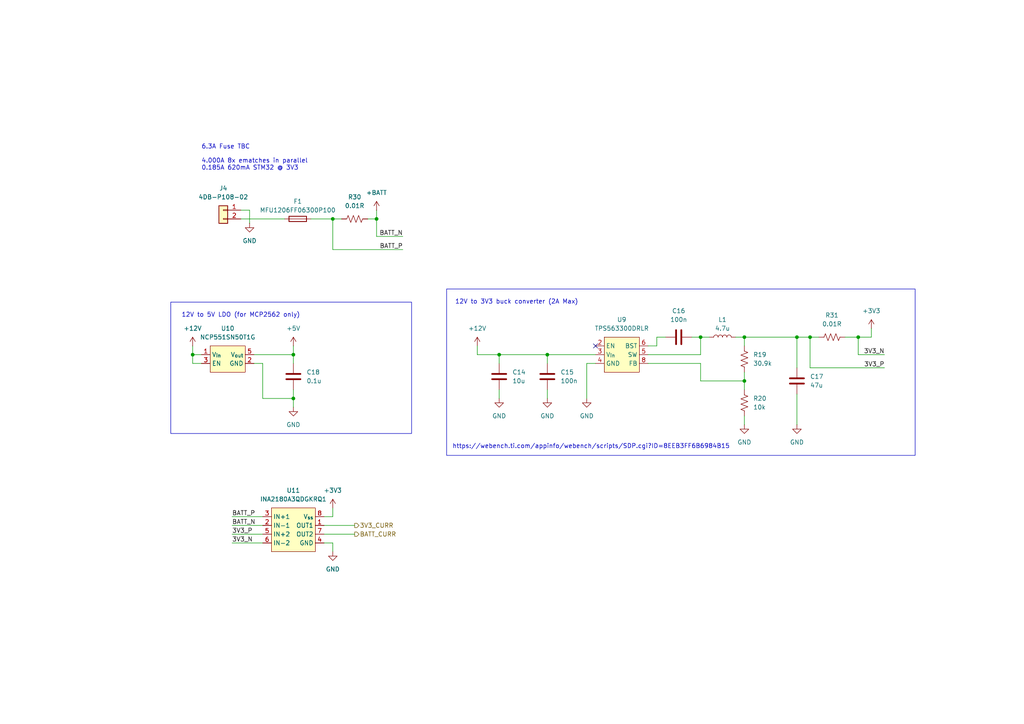
<source format=kicad_sch>
(kicad_sch (version 20231120) (generator "eeschema") (generator_version "8.0")
  (paper "A4")
  (lib_symbols
    (symbol "Connector_Generic:Conn_01x02" (pin_names (offset 1.016) hide)
      (property "Reference" "J" (at 0 2.54 0))
      (property "Value" "Conn_01x02" (at 0 -5.08 0))
      (symbol "Conn_01x02_1_1"
        (rectangle (start -1.27 -2.413) (end 0 -2.667) (stroke (width 0.1524)))
        (rectangle (start -1.27 0.127) (end 0 -0.127) (stroke (width 0.1524)))
        (rectangle (start -1.27 1.27) (end 1.27 -3.81) (stroke (width 0.254)) (fill (type background)))
        (pin passive line (at -5.08 0 0) (length 3.81) (name "Pin_1") (number "1"))
        (pin passive line (at -5.08 -2.54 0) (length 3.81) (name "Pin_2") (number "2"))
      )
    )
    (symbol "Device:C" (pin_numbers hide) (pin_names (offset 0.254))
      (property "Reference" "C" (at 0.635 2.54 0))
      (property "Value" "C" (at 0.635 -2.54 0))
      (symbol "C_0_1"
        (polyline (pts (xy -2.032 -0.762) (xy 2.032 -0.762)) (stroke (width 0.508)))
        (polyline (pts (xy -2.032 0.762) (xy 2.032 0.762)) (stroke (width 0.508)))
      )
      (symbol "C_1_1"
        (pin passive line (at 0 3.81 270) (length 2.794) (name "~") (number "1"))
        (pin passive line (at 0 -3.81 90) (length 2.794) (name "~") (number "2"))
      )
    )
    (symbol "Device:Fuse" (pin_numbers hide) (pin_names (offset 0))
      (property "Reference" "F" (at 2.032 0 90))
      (property "Value" "Fuse" (at -1.905 0 90))
      (symbol "Fuse_0_1"
        (rectangle (start -0.762 -2.54) (end 0.762 2.54) (stroke (width 0.254)))
        (polyline (pts (xy 0 2.54) (xy 0 -2.54)))
      )
      (symbol "Fuse_1_1"
        (pin passive line (at 0 3.81 270) (length 1.27) (name "~") (number "1"))
        (pin passive line (at 0 -3.81 90) (length 1.27) (name "~") (number "2"))
      )
    )
    (symbol "Device:L" (pin_numbers hide) (pin_names (offset 1.016) hide)
      (property "Reference" "L" (at -1.27 0 90))
      (property "Value" "L" (at 1.905 0 90))
      (symbol "L_0_1"
        (arc (start 0 -2.54) (mid 0.6323 -1.905) (end 0 -1.27))
        (arc (start 0 -1.27) (mid 0.6323 -0.635) (end 0 0))
        (arc (start 0 0) (mid 0.6323 0.635) (end 0 1.27))
        (arc (start 0 1.27) (mid 0.6323 1.905) (end 0 2.54))
      )
      (symbol "L_1_1"
        (pin passive line (at 0 3.81 270) (length 1.27) (name "1") (number "1"))
        (pin passive line (at 0 -3.81 90) (length 1.27) (name "2") (number "2"))
      )
    )
    (symbol "Device:R_US" (pin_numbers hide) (pin_names (offset 0))
      (property "Reference" "R" (at 2.54 0 90))
      (property "Value" "R_US" (at -2.54 0 90))
      (symbol "R_US_0_1"
        (polyline (pts (xy 0 -2.286) (xy 0 -2.54)))
        (polyline (pts (xy 0 2.286) (xy 0 2.54)))
        (polyline (pts (xy 0 -0.762) (xy 1.016 -1.143) (xy 0 -1.524) (xy -1.016 -1.905) (xy 0 -2.286)))
        (polyline (pts (xy 0 0.762) (xy 1.016 0.381) (xy 0 0) (xy -1.016 -0.381) (xy 0 -0.762)))
        (polyline (pts (xy 0 2.286) (xy 1.016 1.905) (xy 0 1.524) (xy -1.016 1.143) (xy 0 0.762)))
      )
      (symbol "R_US_1_1"
        (pin passive line (at 0 3.81 270) (length 1.27) (name "~") (number "1"))
        (pin passive line (at 0 -3.81 90) (length 1.27) (name "~") (number "2"))
      )
    )
    (symbol "altimeter:INA2180A3QDGKRQ1"
      (property "Reference" "U" (at 0 2.032 0))
      (property "Value" "INA2180A3QDGKRQ1" (at 0 0 0))
      (symbol "INA2180A3QDGKRQ1_1_1"
        (rectangle (start -6.35 -1.27) (end 6.35 -13.97) (fill (type background)))
        (pin output line (at 8.89 -6.35 180) (length 2.54) (name "OUT1") (number "1"))
        (pin input line (at -8.89 -6.35 0) (length 2.54) (name "IN-1") (number "2"))
        (pin input line (at -8.89 -3.81 0) (length 2.54) (name "IN+1") (number "3"))
        (pin power_in line (at 8.89 -11.43 180) (length 2.54) (name "GND") (number "4"))
        (pin input line (at -8.89 -8.89 0) (length 2.54) (name "IN+2") (number "5"))
        (pin input line (at -8.89 -11.43 0) (length 2.54) (name "IN-2") (number "6"))
        (pin output line (at 8.89 -8.89 180) (length 2.54) (name "OUT2") (number "7"))
        (pin power_in line (at 8.89 -3.81 180) (length 2.54) (name "V_{ss}") (number "8"))
      )
    )
    (symbol "altimeter:NCP551SN50T1G"
      (property "Reference" "U" (at 0 2.54 0))
      (property "Value" "NCP551SN50T1G" (at 0 0 0))
      (symbol "NCP551SN50T1G_0_1"
        (rectangle (start -5.08 -1.27) (end 5.08 -8.89) (fill (type background)))
      )
      (symbol "NCP551SN50T1G_1_1"
        (pin power_in line (at -7.62 -3.81 0) (length 2.54) (name "V_{in}") (number "1"))
        (pin power_in line (at 7.62 -6.35 180) (length 2.54) (name "GND") (number "2"))
        (pin input line (at -7.62 -6.35 0) (length 2.54) (name "EN") (number "3"))
        (pin no_connect line (at 0 -11.43 180) (length 2.54) hide (name "NC") (number "4"))
        (pin power_out line (at 7.62 -3.81 180) (length 2.54) (name "V_{out}") (number "5"))
      )
    )
    (symbol "altimeter:TPS563300DRLR"
      (property "Reference" "U" (at 0 2.54 0))
      (property "Value" "TPS563300DRLR" (at 0 0 0))
      (symbol "TPS563300DRLR_1_1"
        (rectangle (start -5.08 -1.27) (end 5.08 -11.43) (fill (type background)))
        (pin no_connect line (at 0 -16.51 0) (length 2.54) hide (name "NC") (number "1"))
        (pin input line (at -7.62 -3.81 0) (length 2.54) (name "EN") (number "2"))
        (pin power_in line (at -7.62 -6.35 0) (length 2.54) (name "V_{in}") (number "3"))
        (pin power_in line (at -7.62 -8.89 0) (length 2.54) (name "GND") (number "4"))
        (pin power_out line (at 7.62 -6.35 180) (length 2.54) (name "SW") (number "5"))
        (pin input line (at 7.62 -3.81 180) (length 2.54) (name "BST") (number "6"))
        (pin no_connect line (at 0 -19.05 0) (length 2.54) hide (name "NC") (number "7"))
        (pin input line (at 7.62 -8.89 180) (length 2.54) (name "FB") (number "8"))
      )
    )
    (symbol "power:+12V" (power) (pin_numbers hide) (pin_names (offset 0) hide)
      (property "Value" "+12V" (at 0 3.556 0))
      (symbol "+12V_0_1"
        (polyline (pts (xy -0.762 1.27) (xy 0 2.54)))
        (polyline (pts (xy 0 0) (xy 0 2.54)))
        (polyline (pts (xy 0 2.54) (xy 0.762 1.27)))
      )
      (symbol "+12V_1_1"
        (pin power_in line (at 0 0 90) (length 0) (name "~") (number "1"))
      )
    )
    (symbol "power:+3V3" (power) (pin_numbers hide) (pin_names (offset 0) hide)
      (property "Value" "+3V3" (at 0 3.556 0))
      (symbol "+3V3_0_1"
        (polyline (pts (xy -0.762 1.27) (xy 0 2.54)))
        (polyline (pts (xy 0 0) (xy 0 2.54)))
        (polyline (pts (xy 0 2.54) (xy 0.762 1.27)))
      )
      (symbol "+3V3_1_1"
        (pin power_in line (at 0 0 90) (length 0) (name "~") (number "1"))
      )
    )
    (symbol "power:+5V" (power) (pin_numbers hide) (pin_names (offset 0) hide)
      (property "Value" "+5V" (at 0 3.556 0))
      (symbol "+5V_0_1"
        (polyline (pts (xy -0.762 1.27) (xy 0 2.54)))
        (polyline (pts (xy 0 0) (xy 0 2.54)))
        (polyline (pts (xy 0 2.54) (xy 0.762 1.27)))
      )
      (symbol "+5V_1_1"
        (pin power_in line (at 0 0 90) (length 0) (name "~") (number "1"))
      )
    )
    (symbol "power:+BATT" (power) (pin_numbers hide) (pin_names (offset 0) hide)
      (property "Value" "+BATT" (at 0 3.556 0))
      (symbol "+BATT_0_1"
        (polyline (pts (xy -0.762 1.27) (xy 0 2.54)))
        (polyline (pts (xy 0 0) (xy 0 2.54)))
        (polyline (pts (xy 0 2.54) (xy 0.762 1.27)))
      )
      (symbol "+BATT_1_1"
        (pin power_in line (at 0 0 90) (length 0) (name "~") (number "1"))
      )
    )
    (symbol "power:GND" (power) (pin_numbers hide) (pin_names (offset 0) hide)
      (property "Value" "GND" (at 0 -3.81 0))
      (symbol "GND_0_1"
        (polyline (pts (xy 0 0) (xy 0 -1.27) (xy 1.27 -1.27) (xy 0 -2.54) (xy -1.27 -1.27) (xy 0 -1.27)))
      )
      (symbol "GND_1_1"
        (pin power_in line (at 0 0 270) (length 0) (name "~") (number "1"))
      )
    )
  )
  (junction (at 96.52 63.5))
  (junction (at 215.9 110.49))
  (junction (at 234.95 97.79))
  (junction (at 144.78 102.87))
  (junction (at 55.88 102.87))
  (junction (at 158.75 102.87))
  (junction (at 231.14 97.79))
  (junction (at 85.09 115.57))
  (junction (at 203.2 97.79))
  (junction (at 248.92 97.79))
  (junction (at 215.9 97.79))
  (junction (at 85.09 102.87))
  (junction (at 109.22 63.5))
  (no_connect (at 172.72 100.33))
  (wire (pts (xy 234.95 106.68) (xy 234.95 97.79)))
  (wire (pts (xy 215.9 97.79) (xy 215.9 100.33)))
  (wire (pts (xy 67.31 149.86) (xy 76.2 149.86)))
  (wire (pts (xy 234.95 106.68) (xy 256.54 106.68)))
  (wire (pts (xy 215.9 110.49) (xy 215.9 113.03)))
  (wire (pts (xy 85.09 102.87) (xy 73.66 102.87)))
  (wire (pts (xy 73.66 105.41) (xy 76.2 105.41)))
  (wire (pts (xy 85.09 100.33) (xy 85.09 102.87)))
  (wire (pts (xy 158.75 102.87) (xy 158.75 105.41)))
  (wire (pts (xy 256.54 102.87) (xy 248.92 102.87)))
  (wire (pts (xy 144.78 102.87) (xy 158.75 102.87)))
  (wire (pts (xy 58.42 105.41) (xy 55.88 105.41)))
  (wire (pts (xy 170.18 105.41) (xy 172.72 105.41)))
  (wire (pts (xy 231.14 97.79) (xy 215.9 97.79)))
  (wire (pts (xy 93.98 154.94) (xy 102.87 154.94)))
  (wire (pts (xy 190.5 100.33) (xy 190.5 97.79)))
  (wire (pts (xy 231.14 97.79) (xy 231.14 106.68)))
  (wire (pts (xy 203.2 97.79) (xy 200.66 97.79)))
  (wire (pts (xy 109.22 68.58) (xy 109.22 63.5)))
  (wire (pts (xy 234.95 97.79) (xy 237.49 97.79)))
  (wire (pts (xy 72.39 60.96) (xy 72.39 64.77)))
  (wire (pts (xy 252.73 95.25) (xy 252.73 97.79)))
  (wire (pts (xy 96.52 63.5) (xy 99.06 63.5)))
  (wire (pts (xy 96.52 149.86) (xy 93.98 149.86)))
  (wire (pts (xy 203.2 102.87) (xy 203.2 97.79)))
  (wire (pts (xy 144.78 102.87) (xy 144.78 105.41)))
  (wire (pts (xy 248.92 97.79) (xy 252.73 97.79)))
  (wire (pts (xy 96.52 157.48) (xy 96.52 160.02)))
  (wire (pts (xy 213.36 97.79) (xy 215.9 97.79)))
  (wire (pts (xy 187.96 105.41) (xy 203.2 105.41)))
  (wire (pts (xy 248.92 102.87) (xy 248.92 97.79)))
  (wire (pts (xy 138.43 100.33) (xy 138.43 102.87)))
  (wire (pts (xy 55.88 102.87) (xy 58.42 102.87)))
  (wire (pts (xy 187.96 100.33) (xy 190.5 100.33)))
  (wire (pts (xy 231.14 97.79) (xy 234.95 97.79)))
  (wire (pts (xy 158.75 113.03) (xy 158.75 115.57)))
  (wire (pts (xy 203.2 110.49) (xy 215.9 110.49)))
  (wire (pts (xy 96.52 72.39) (xy 96.52 63.5)))
  (wire (pts (xy 96.52 147.32) (xy 96.52 149.86)))
  (wire (pts (xy 203.2 97.79) (xy 205.74 97.79)))
  (wire (pts (xy 231.14 114.3) (xy 231.14 123.19)))
  (wire (pts (xy 69.85 60.96) (xy 72.39 60.96)))
  (wire (pts (xy 69.85 63.5) (xy 82.55 63.5)))
  (wire (pts (xy 76.2 115.57) (xy 85.09 115.57)))
  (wire (pts (xy 138.43 102.87) (xy 144.78 102.87)))
  (wire (pts (xy 215.9 107.95) (xy 215.9 110.49)))
  (wire (pts (xy 106.68 63.5) (xy 109.22 63.5)))
  (wire (pts (xy 170.18 105.41) (xy 170.18 115.57)))
  (wire (pts (xy 144.78 113.03) (xy 144.78 115.57)))
  (wire (pts (xy 67.31 157.48) (xy 76.2 157.48)))
  (wire (pts (xy 55.88 102.87) (xy 55.88 100.33)))
  (wire (pts (xy 116.84 68.58) (xy 109.22 68.58)))
  (wire (pts (xy 190.5 97.79) (xy 193.04 97.79)))
  (wire (pts (xy 158.75 102.87) (xy 172.72 102.87)))
  (wire (pts (xy 245.11 97.79) (xy 248.92 97.79)))
  (wire (pts (xy 203.2 105.41) (xy 203.2 110.49)))
  (wire (pts (xy 187.96 102.87) (xy 203.2 102.87)))
  (wire (pts (xy 93.98 157.48) (xy 96.52 157.48)))
  (wire (pts (xy 85.09 115.57) (xy 85.09 118.11)))
  (wire (pts (xy 55.88 105.41) (xy 55.88 102.87)))
  (wire (pts (xy 90.17 63.5) (xy 96.52 63.5)))
  (wire (pts (xy 85.09 102.87) (xy 85.09 105.41)))
  (wire (pts (xy 67.31 152.4) (xy 76.2 152.4)))
  (wire (pts (xy 67.31 154.94) (xy 76.2 154.94)))
  (wire (pts (xy 116.84 72.39) (xy 96.52 72.39)))
  (wire (pts (xy 76.2 105.41) (xy 76.2 115.57)))
  (wire (pts (xy 93.98 152.4) (xy 102.87 152.4)))
  (wire (pts (xy 109.22 63.5) (xy 109.22 60.96)))
  (wire (pts (xy 215.9 120.65) (xy 215.9 123.19)))
  (wire (pts (xy 85.09 115.57) (xy 85.09 113.03)))
  (rectangle (start 49.53 87.63) (end 119.38 125.73))
  (rectangle (start 129.54 83.82) (end 265.43 132.08))
  (text "12V to 5V LDO (for MCP2562 only)\n" (at 69.85 91.44 0) (effects (font (size 1.27 1.27))))
  (text "https://webench.ti.com/appinfo/webench/scripts/SDP.cgi?ID=8EEB3FF6B6984B15" (at 171.45 129.54 0) (effects (font (size 1.27 1.27))))
  (text "6.3A Fuse TBC\n\n4.000A 8x ematches in parallel\n0.185A 620mA STM32 @ 3V3" (at 58.42 49.53 0) (effects (font (size 1.27 1.27)) (justify left bottom)))
  (text "12V to 3V3 buck converter (2A Max)" (at 149.86 87.63 0) (effects (font (size 1.27 1.27))))
  (label "3V3_P" (at 67.31 154.94 0))
  (label "3V3_P" (at 256.54 106.68 180))
  (label "BATT_P" (at 67.31 149.86 0))
  (label "BATT_N" (at 67.31 152.4 0))
  (label "BATT_N" (at 116.84 68.58 180))
  (label "3V3_N" (at 256.54 102.87 180))
  (label "BATT_P" (at 116.84 72.39 180))
  (label "3V3_N" (at 67.31 157.48 0))
  (hierarchical_label "3V3_CURR" (shape output) (at 102.87 152.4 0))
  (hierarchical_label "BATT_CURR" (shape output) (at 102.87 154.94 0))
  (symbol (lib_id "power:GND") (at 231.14 123.19 0) (unit 1)
    (property "Reference" "#PWR040" (effects (hide yes)))
    (property "Value" "GND" (at 231.14 128.27 0))
    (property "Description" "Power symbol creates a global label with name \"GND\" , ground" (effects (hide yes)))
  )
  (symbol (lib_id "Device:C") (at 196.85 97.79 90) (unit 1)
    (property "Reference" "C16" (at 196.85 90.17 90))
    (property "Value" "100n" (at 196.85 92.71 90))
    (property "Description" "Unpolarized capacitor" (effects (hide yes)))
  )
  (symbol (lib_id "power:GND") (at 215.9 123.19 0) (unit 1)
    (property "Reference" "#PWR039" (effects (hide yes)))
    (property "Value" "GND" (at 215.9 128.27 0))
    (property "Description" "Power symbol creates a global label with name \"GND\" , ground" (effects (hide yes)))
  )
  (symbol (lib_id "Device:R_US") (at 215.9 116.84 0) (unit 1)
    (property "Reference" "R20" (at 218.44 115.5699 0) (effects (justify left)))
    (property "Value" "10k" (at 218.44 118.1099 0) (effects (justify left)))
    (property "Description" "Resistor, US symbol" (effects (hide yes)))
  )
  (symbol (lib_id "Connector_Generic:Conn_01x02") (at 64.77 60.96 0) (mirror y) (unit 1)
    (property "Reference" "J4" (at 64.77 54.61 0))
    (property "Value" "4DB-P108-02" (at 64.77 57.15 0))
    (property "Footprint" "canhw_footprints:TE_2-1437667-4" (effects (hide yes)))
  )
  (symbol (lib_id "power:+12V") (at 138.43 100.33 0) (unit 1)
    (property "Reference" "#PWR034" (effects (hide yes)))
    (property "Value" "+12V" (at 138.43 95.25 0))
    (property "Description" "Power symbol creates a global label with name \"+12V\"" (effects (hide yes)))
  )
  (symbol (lib_id "power:GND") (at 72.39 64.77 0) (unit 1)
    (property "Reference" "#PWR047" (effects (hide yes)))
    (property "Value" "GND" (at 72.39 69.85 0))
  )
  (symbol (lib_id "Device:C") (at 144.78 109.22 0) (unit 1)
    (property "Reference" "C14" (at 148.59 107.9499 0) (effects (justify left)))
    (property "Value" "10u" (at 148.59 110.4899 0) (effects (justify left)))
    (property "Description" "Unpolarized capacitor" (effects (hide yes)))
  )
  (symbol (lib_id "power:GND") (at 158.75 115.57 0) (unit 1)
    (property "Reference" "#PWR037" (effects (hide yes)))
    (property "Value" "GND" (at 158.75 120.65 0))
    (property "Description" "Power symbol creates a global label with name \"GND\" , ground" (effects (hide yes)))
  )
  (symbol (lib_id "Device:L") (at 209.55 97.79 90) (unit 1)
    (property "Reference" "L1" (at 209.55 92.71 90))
    (property "Value" "4.7u" (at 209.55 95.25 90))
    (property "Description" "Inductor" (effects (hide yes)))
  )
  (symbol (lib_id "altimeter:NCP551SN50T1G") (at 66.04 99.06 0) (unit 1)
    (property "Reference" "U10" (at 66.04 95.25 0))
    (property "Value" "NCP551SN50T1G" (at 66.04 97.79 0))
    (property "Footprint" "Package_TO_SOT_SMD:SOT-23-5_HandSoldering" (effects (hide yes)))
    (property "Datasheet" "https://www.onsemi.com/pdf/datasheet/ncp551-d.pdf" (effects (hide yes)))
  )
  (symbol (lib_id "power:+3V3") (at 252.73 95.25 0) (unit 1)
    (property "Reference" "#PWR041" (effects (hide yes)))
    (property "Value" "+3V3" (at 252.73 90.17 0))
    (property "Description" "Power symbol creates a global label with name \"+3V3\"" (effects (hide yes)))
  )
  (symbol (lib_id "power:+3V3") (at 96.52 147.32 0) (unit 1)
    (property "Reference" "#PWR063" (effects (hide yes)))
    (property "Value" "+3V3" (at 96.52 142.24 0))
    (property "Description" "Power symbol creates a global label with name \"+3V3\"" (effects (hide yes)))
  )
  (symbol (lib_id "altimeter:INA2180A3QDGKRQ1") (at 85.09 146.05 0) (unit 1)
    (property "Reference" "U11" (at 85.09 142.24 0))
    (property "Value" "INA2180A3QDGKRQ1" (at 85.09 144.78 0))
    (property "Footprint" "altimeter:DGK8_TEX" (effects (hide yes)))
    (property "Datasheet" "https://www.ti.com/lit/ds/symlink/ina2180-q1.pdf?HQS=dis-dk-null-digikeymode-dsf-pf-null-wwe&ts=1731473116005&ref_url=https%253A%252F%252Fwww.ti.com%252Fgeneral%252Fdocs%252Fsuppproductinfo.tsp%253FdistId%253D10%2526gotoUrl%253Dhttps%253A%252F%252Fwww.ti.com%252Flit%252Fgpn%252Fina2180-q1" (effects (hide yes)))
  )
  (symbol (lib_id "power:+BATT") (at 109.22 60.96 0) (unit 1)
    (property "Reference" "#PWR048" (effects (hide yes)))
    (property "Value" "+BATT" (at 109.22 55.88 0))
  )
  (symbol (lib_id "power:+5V") (at 85.09 100.33 0) (unit 1)
    (property "Reference" "#PWR046" (effects (hide yes)))
    (property "Value" "+5V" (at 85.09 95.25 0))
    (property "Description" "Power symbol creates a global label with name \"+5V\"" (effects (hide yes)))
  )
  (symbol (lib_id "Device:C") (at 158.75 109.22 0) (unit 1)
    (property "Reference" "C15" (at 162.56 107.9499 0) (effects (justify left)))
    (property "Value" "100n" (at 162.56 110.4899 0) (effects (justify left)))
    (property "Description" "Unpolarized capacitor" (effects (hide yes)))
  )
  (symbol (lib_id "power:GND") (at 96.52 160.02 0) (mirror y) (unit 1)
    (property "Reference" "#PWR064" (effects (hide yes)))
    (property "Value" "GND" (at 96.52 165.1 0))
    (property "Description" "Power symbol creates a global label with name \"GND\" , ground" (effects (hide yes)))
  )
  (symbol (lib_id "Device:R_US") (at 102.87 63.5 90) (unit 1)
    (property "Reference" "R30" (at 102.87 57.15 90))
    (property "Value" "0.01R" (at 102.87 59.69 90))
    (property "Footprint" "Resistor_SMD:R_0805_2012Metric_Pad1.20x1.40mm_HandSolder" (effects (hide yes)))
    (property "Description" "Resistor, US symbol" (effects (hide yes)))
  )
  (symbol (lib_id "Device:C") (at 231.14 110.49 0) (unit 1)
    (property "Reference" "C17" (at 234.95 109.2199 0) (effects (justify left)))
    (property "Value" "47u" (at 234.95 111.7599 0) (effects (justify left)))
    (property "Description" "Unpolarized capacitor" (effects (hide yes)))
  )
  (symbol (lib_id "Device:R_US") (at 241.3 97.79 90) (unit 1)
    (property "Reference" "R31" (at 241.3 91.44 90))
    (property "Value" "0.01R" (at 241.3 93.98 90))
    (property "Description" "Resistor, US symbol" (effects (hide yes)))
  )
  (symbol (lib_id "Device:C") (at 85.09 109.22 0) (unit 1)
    (property "Reference" "C18" (at 88.9 107.9499 0) (effects (justify left)))
    (property "Value" "0.1u" (at 88.9 110.4899 0) (effects (justify left)))
    (property "Description" "Unpolarized capacitor" (effects (hide yes)))
  )
  (symbol (lib_id "power:+12V") (at 55.88 100.33 0) (unit 1)
    (property "Reference" "#PWR042" (effects (hide yes)))
    (property "Value" "+12V" (at 55.88 95.25 0))
    (property "Description" "Power symbol creates a global label with name \"+12V\"" (effects (hide yes)))
  )
  (symbol (lib_id "Device:Fuse") (at 86.36 63.5 270) (unit 1)
    (property "Reference" "F1" (at 86.36 58.42 90))
    (property "Value" "MFU1206FF06300P100" (at 86.36 60.96 90))
    (property "Footprint" "Fuse:Fuse_1206_3216Metric_Pad1.42x1.75mm_HandSolder" (effects (hide yes)))
    (property "Datasheet" "https://www.vishay.com/docs/28747/mfuserie.pdf" (effects (hide yes)))
  )
  (symbol (lib_id "altimeter:TPS563300DRLR") (at 180.34 96.52 0) (unit 1)
    (property "Reference" "U9" (at 180.34 92.71 0))
    (property "Value" "TPS563300DRLR" (at 180.34 95.25 0))
    (property "Footprint" "Package_TO_SOT_SMD:SOT-583-8" (effects (hide yes)))
    (property "Datasheet" "https://www.ti.com/lit/ds/symlink/tps563300.pdf" (effects (hide yes)))
  )
  (symbol (lib_id "power:GND") (at 85.09 118.11 0) (unit 1)
    (property "Reference" "#PWR045" (effects (hide yes)))
    (property "Value" "GND" (at 85.09 123.19 0))
    (property "Description" "Power symbol creates a global label with name \"GND\" , ground" (effects (hide yes)))
  )
  (symbol (lib_id "power:GND") (at 170.18 115.57 0) (unit 1)
    (property "Reference" "#PWR038" (effects (hide yes)))
    (property "Value" "GND" (at 170.18 120.65 0))
    (property "Description" "Power symbol creates a global label with name \"GND\" , ground" (effects (hide yes)))
  )
  (symbol (lib_id "Device:R_US") (at 215.9 104.14 0) (unit 1)
    (property "Reference" "R19" (at 218.44 102.8699 0) (effects (justify left)))
    (property "Value" "30.9k" (at 218.44 105.4099 0) (effects (justify left)))
    (property "Description" "Resistor, US symbol" (effects (hide yes)))
  )
  (symbol (lib_id "power:GND") (at 144.78 115.57 0) (unit 1)
    (property "Reference" "#PWR036" (effects (hide yes)))
    (property "Value" "GND" (at 144.78 120.65 0))
    (property "Description" "Power symbol creates a global label with name \"GND\" , ground" (effects (hide yes)))
  )
)
</source>
